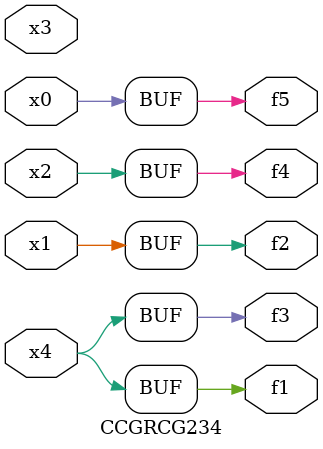
<source format=v>
module CCGRCG234(
	input x0, x1, x2, x3, x4,
	output f1, f2, f3, f4, f5
);
	assign f1 = x4;
	assign f2 = x1;
	assign f3 = x4;
	assign f4 = x2;
	assign f5 = x0;
endmodule

</source>
